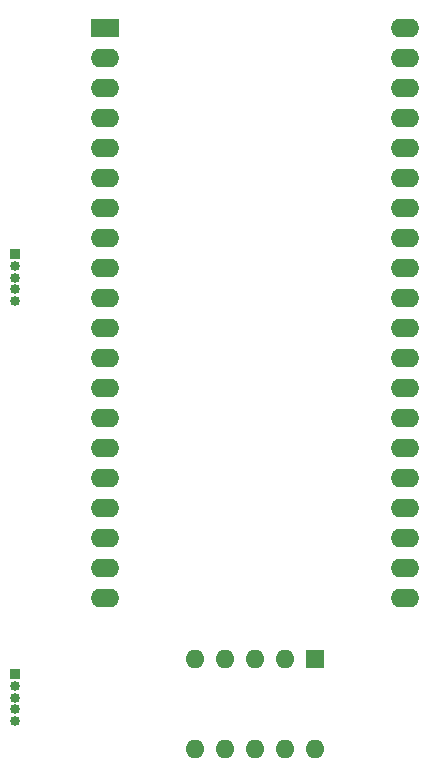
<source format=gbr>
%TF.GenerationSoftware,KiCad,Pcbnew,6.0.11+dfsg-1*%
%TF.CreationDate,2024-04-24T13:50:54-06:00*%
%TF.ProjectId,kicad-project-2,6b696361-642d-4707-926f-6a6563742d32,rev?*%
%TF.SameCoordinates,Original*%
%TF.FileFunction,Soldermask,Top*%
%TF.FilePolarity,Negative*%
%FSLAX46Y46*%
G04 Gerber Fmt 4.6, Leading zero omitted, Abs format (unit mm)*
G04 Created by KiCad (PCBNEW 6.0.11+dfsg-1) date 2024-04-24 13:50:54*
%MOMM*%
%LPD*%
G01*
G04 APERTURE LIST*
%ADD10R,2.400000X1.600000*%
%ADD11O,2.400000X1.600000*%
%ADD12R,0.850000X0.850000*%
%ADD13O,0.850000X0.850000*%
%ADD14R,1.600000X1.600000*%
%ADD15O,1.600000X1.600000*%
G04 APERTURE END LIST*
D10*
%TO.C,U1*%
X106690000Y-57070000D03*
D11*
X106690000Y-59610000D03*
X106690000Y-62150000D03*
X106690000Y-64690000D03*
X106690000Y-67230000D03*
X106690000Y-69770000D03*
X106690000Y-72310000D03*
X106690000Y-74850000D03*
X106690000Y-77390000D03*
X106690000Y-79930000D03*
X106690000Y-82470000D03*
X106690000Y-85010000D03*
X106690000Y-87550000D03*
X106690000Y-90090000D03*
X106690000Y-92630000D03*
X106690000Y-95170000D03*
X106690000Y-97710000D03*
X106690000Y-100250000D03*
X106690000Y-102790000D03*
X106690000Y-105330000D03*
X132090000Y-105330000D03*
X132090000Y-102790000D03*
X132090000Y-100250000D03*
X132090000Y-97710000D03*
X132090000Y-95170000D03*
X132090000Y-92630000D03*
X132090000Y-90090000D03*
X132090000Y-87550000D03*
X132090000Y-85010000D03*
X132090000Y-82470000D03*
X132090000Y-79930000D03*
X132090000Y-77390000D03*
X132090000Y-74850000D03*
X132090000Y-72310000D03*
X132090000Y-69770000D03*
X132090000Y-67230000D03*
X132090000Y-64690000D03*
X132090000Y-62150000D03*
X132090000Y-59610000D03*
X132090000Y-57070000D03*
%TD*%
D12*
%TO.C,J2*%
X99060000Y-76200000D03*
D13*
X99060000Y-77200000D03*
X99060000Y-78200000D03*
X99060000Y-79200000D03*
X99060000Y-80200000D03*
%TD*%
D12*
%TO.C,J3*%
X99060000Y-111760000D03*
D13*
X99060000Y-112760000D03*
X99060000Y-113760000D03*
X99060000Y-114760000D03*
X99060000Y-115760000D03*
%TD*%
D14*
%TO.C,U2*%
X124455000Y-110500000D03*
D15*
X121915000Y-110500000D03*
X119375000Y-110500000D03*
X116835000Y-110500000D03*
X114295000Y-110500000D03*
X114295000Y-118120000D03*
X116835000Y-118120000D03*
X119375000Y-118120000D03*
X121915000Y-118120000D03*
X124455000Y-118120000D03*
%TD*%
M02*

</source>
